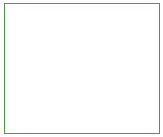
<source format=gbr>
%TF.GenerationSoftware,KiCad,Pcbnew,8.0.3*%
%TF.CreationDate,2024-06-30T23:15:20-04:00*%
%TF.ProjectId,Kulp_EEPROM,4b756c70-5f45-4455-9052-4f4d2e6b6963,rev?*%
%TF.SameCoordinates,Original*%
%TF.FileFunction,Profile,NP*%
%FSLAX46Y46*%
G04 Gerber Fmt 4.6, Leading zero omitted, Abs format (unit mm)*
G04 Created by KiCad (PCBNEW 8.0.3) date 2024-06-30 23:15:20*
%MOMM*%
%LPD*%
G01*
G04 APERTURE LIST*
%TA.AperFunction,Profile*%
%ADD10C,0.050000*%
%TD*%
G04 APERTURE END LIST*
D10*
X142000000Y-119800000D02*
X142000000Y-108750000D01*
X128900000Y-119800000D02*
X142000000Y-119800000D01*
X128900000Y-108750000D02*
X128900000Y-119800000D01*
X142000000Y-108750000D02*
X128900000Y-108750000D01*
M02*

</source>
